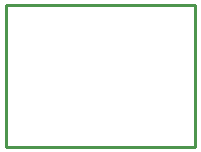
<source format=gbr>
G04 EAGLE Gerber RS-274X export*
G75*
%MOMM*%
%FSLAX34Y34*%
%LPD*%
%IN*%
%IPPOS*%
%AMOC8*
5,1,8,0,0,1.08239X$1,22.5*%
G01*
%ADD10C,0.254000*%


D10*
X0Y0D02*
X160000Y0D01*
X160000Y120000D01*
X0Y120000D01*
X0Y0D01*
M02*

</source>
